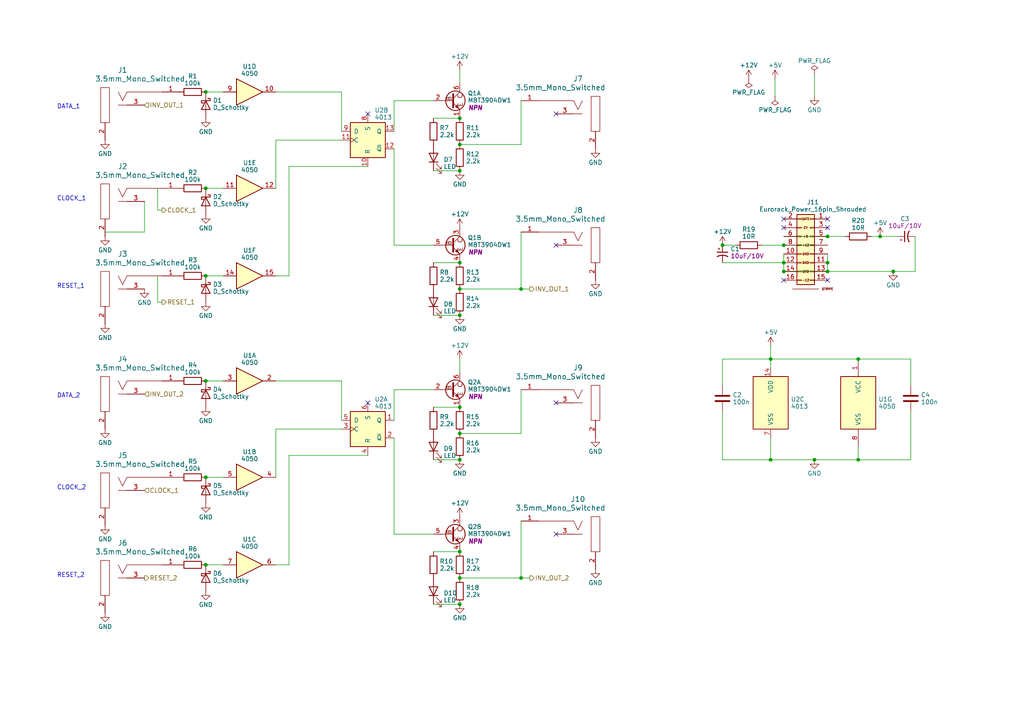
<source format=kicad_sch>
(kicad_sch (version 20230121) (generator eeschema)
  (paper "A4")
  (lib_symbols
    (symbol "4xxx:4013" (pin_names (offset 1.016))
      (property "Reference" "U" (at -7.62 8.89 0))
      (property "Value" "4013" (at -7.62 -8.89 0))
      (symbol "4013_1_1"
        (rectangle (start -5.08 5.08) (end 5.08 -5.08) (stroke (width 0.254)) (fill (type background)))
        (pin output line (at 7.62 2.54 180) (length 2.54) (name "Q") (number "1"))
        (pin output line (at 7.62 -2.54 180) (length 2.54) (name "~{Q}") (number "2"))
        (pin input clock (at -7.62 0 0) (length 2.54) (name "C") (number "3"))
        (pin input line (at 0 -7.62 90) (length 2.54) (name "R") (number "4"))
        (pin input line (at -7.62 2.54 0) (length 2.54) (name "D") (number "5"))
        (pin input line (at 0 7.62 270) (length 2.54) (name "S") (number "6"))
      )
      (symbol "4013_2_1"
        (rectangle (start -5.08 5.08) (end 5.08 -5.08) (stroke (width 0.254)) (fill (type background)))
        (pin input line (at 0 -7.62 90) (length 2.54) (name "R") (number "10"))
        (pin input clock (at -7.62 0 0) (length 2.54) (name "C") (number "11"))
        (pin output line (at 7.62 -2.54 180) (length 2.54) (name "~{Q}") (number "12"))
        (pin output line (at 7.62 2.54 180) (length 2.54) (name "Q") (number "13"))
        (pin input line (at 0 7.62 270) (length 2.54) (name "S") (number "8"))
        (pin input line (at -7.62 2.54 0) (length 2.54) (name "D") (number "9"))
      )
      (symbol "4013_3_0"
        (pin power_in line (at 0 10.16 270) (length 2.54) (name "VDD") (number "14"))
        (pin power_in line (at 0 -10.16 90) (length 2.54) (name "VSS") (number "7"))
      )
      (symbol "4013_3_1"
        (rectangle (start -5.08 7.62) (end 5.08 -7.62) (stroke (width 0.254)) (fill (type background)))
      )
    )
    (symbol "4xxx:4050" (pin_names (offset 1.016))
      (property "Reference" "U" (at 0 1.27 0))
      (property "Value" "4050" (at 0 -1.27 0))
      (symbol "4050_1_0"
        (polyline (pts (xy -3.81 3.81) (xy -3.81 -3.81) (xy 3.81 0) (xy -3.81 3.81)) (stroke (width 0.254)) (fill (type background)))
        (pin output line (at 7.62 0 180) (length 3.81) (name "~") (number "2"))
        (pin input line (at -7.62 0 0) (length 3.81) (name "~") (number "3"))
      )
      (symbol "4050_2_0"
        (polyline (pts (xy -3.81 3.81) (xy -3.81 -3.81) (xy 3.81 0) (xy -3.81 3.81)) (stroke (width 0.254)) (fill (type background)))
        (pin output line (at 7.62 0 180) (length 3.81) (name "~") (number "4"))
        (pin input line (at -7.62 0 0) (length 3.81) (name "~") (number "5"))
      )
      (symbol "4050_3_0"
        (polyline (pts (xy -3.81 3.81) (xy -3.81 -3.81) (xy 3.81 0) (xy -3.81 3.81)) (stroke (width 0.254)) (fill (type background)))
        (pin output line (at 7.62 0 180) (length 3.81) (name "~") (number "6"))
        (pin input line (at -7.62 0 0) (length 3.81) (name "~") (number "7"))
      )
      (symbol "4050_4_0"
        (polyline (pts (xy -3.81 3.81) (xy -3.81 -3.81) (xy 3.81 0) (xy -3.81 3.81)) (stroke (width 0.254)) (fill (type background)))
        (pin output line (at 7.62 0 180) (length 3.81) (name "~") (number "10"))
        (pin input line (at -7.62 0 0) (length 3.81) (name "~") (number "9"))
      )
      (symbol "4050_5_0"
        (polyline (pts (xy -3.81 3.81) (xy -3.81 -3.81) (xy 3.81 0) (xy -3.81 3.81)) (stroke (width 0.254)) (fill (type background)))
        (pin input line (at -7.62 0 0) (length 3.81) (name "~") (number "11"))
        (pin output line (at 7.62 0 180) (length 3.81) (name "~") (number "12"))
      )
      (symbol "4050_6_0"
        (polyline (pts (xy -3.81 3.81) (xy -3.81 -3.81) (xy 3.81 0) (xy -3.81 3.81)) (stroke (width 0.254)) (fill (type background)))
        (pin input line (at -7.62 0 0) (length 3.81) (name "~") (number "14"))
        (pin output line (at 7.62 0 180) (length 3.81) (name "~") (number "15"))
      )
      (symbol "4050_7_0"
        (pin power_in line (at 0 12.7 270) (length 5.08) (name "VCC") (number "1"))
        (pin power_in line (at 0 -12.7 90) (length 5.08) (name "VSS") (number "8"))
      )
      (symbol "4050_7_1"
        (rectangle (start -5.08 7.62) (end 5.08 -7.62) (stroke (width 0.254)) (fill (type background)))
      )
    )
    (symbol "Device:C" (pin_numbers hide) (pin_names (offset 0.254))
      (property "Reference" "C" (at 0.635 2.54 0))
      (property "Value" "C" (at 0.635 -2.54 0))
      (symbol "C_0_1"
        (polyline (pts (xy -2.032 -0.762) (xy 2.032 -0.762)) (stroke (width 0.508)))
        (polyline (pts (xy -2.032 0.762) (xy 2.032 0.762)) (stroke (width 0.508)))
      )
      (symbol "C_1_1"
        (pin passive line (at 0 3.81 270) (length 2.794) (name "~") (number "1"))
        (pin passive line (at 0 -3.81 90) (length 2.794) (name "~") (number "2"))
      )
    )
    (symbol "Device:D_Schottky" (pin_numbers hide) (pin_names (offset 1.016) hide)
      (property "Reference" "D" (at 0 2.54 0))
      (property "Value" "D_Schottky" (at 0 -2.54 0))
      (symbol "D_Schottky_0_1"
        (polyline (pts (xy 1.27 0) (xy -1.27 0)))
        (polyline (pts (xy 1.27 1.27) (xy 1.27 -1.27) (xy -1.27 0) (xy 1.27 1.27)) (stroke (width 0.254)))
        (polyline (pts (xy -1.905 0.635) (xy -1.905 1.27) (xy -1.27 1.27) (xy -1.27 -1.27) (xy -0.635 -1.27) (xy -0.635 -0.635)) (stroke (width 0.254)))
      )
      (symbol "D_Schottky_1_1"
        (pin passive line (at -3.81 0 0) (length 2.54) (name "K") (number "1"))
        (pin passive line (at 3.81 0 180) (length 2.54) (name "A") (number "2"))
      )
    )
    (symbol "Device:LED" (pin_numbers hide) (pin_names (offset 1.016) hide)
      (property "Reference" "D" (at 0 2.54 0))
      (property "Value" "LED" (at 0 -2.54 0))
      (symbol "LED_0_1"
        (polyline (pts (xy -1.27 -1.27) (xy -1.27 1.27)) (stroke (width 0.254)))
        (polyline (pts (xy -1.27 0) (xy 1.27 0)))
        (polyline (pts (xy 1.27 -1.27) (xy 1.27 1.27) (xy -1.27 0) (xy 1.27 -1.27)) (stroke (width 0.254)))
        (polyline (pts (xy -3.048 -0.762) (xy -4.572 -2.286) (xy -3.81 -2.286) (xy -4.572 -2.286) (xy -4.572 -1.524)))
        (polyline (pts (xy -1.778 -0.762) (xy -3.302 -2.286) (xy -2.54 -2.286) (xy -3.302 -2.286) (xy -3.302 -1.524)))
      )
      (symbol "LED_1_1"
        (pin passive line (at -3.81 0 0) (length 2.54) (name "K") (number "1"))
        (pin passive line (at 3.81 0 180) (length 2.54) (name "A") (number "2"))
      )
    )
    (symbol "Device:R" (pin_numbers hide) (pin_names (offset 0))
      (property "Reference" "R" (at 2.032 0 90))
      (property "Value" "R" (at 0 0 90))
      (symbol "R_0_1"
        (rectangle (start -1.016 -2.54) (end 1.016 2.54) (stroke (width 0.254)))
      )
      (symbol "R_1_1"
        (pin passive line (at 0 3.81 270) (length 1.27) (name "~") (number "1"))
        (pin passive line (at 0 -3.81 90) (length 1.27) (name "~") (number "2"))
      )
    )
    (symbol "PCM_4ms_Capacitor:10uF_4x5.3_10V" (pin_numbers hide) (pin_names (offset 0.254) hide)
      (property "Reference" "C" (at 1.905 1.27 0))
      (property "Display" "10uF/10V" (at 1.905 -1.27 0))
      (symbol "10uF_4x5.3_10V_0_1"
        (polyline (pts (xy -1.524 0.508) (xy 1.524 0.508)) (stroke (width 0.3048)))
        (polyline (pts (xy -1.27 1.524) (xy -0.762 1.524)))
        (polyline (pts (xy -1.016 1.27) (xy -1.016 1.778)))
        (arc (start 1.524 -0.762) (mid 0 -0.3734) (end -1.524 -0.762) (stroke (width 0.3048)))
      )
      (symbol "10uF_4x5.3_10V_1_1"
        (pin passive line (at 0 2.54 270) (length 2.032) (name "~") (number "1"))
        (pin passive line (at 0 -2.54 90) (length 2.032) (name "~") (number "2"))
      )
    )
    (symbol "PCM_4ms_Connector:Eurorack_Power_16pin_Shrouded" (pin_names (offset 0.0254) hide)
      (property "Reference" "J" (at 0 11.43 0))
      (property "Value" "Eurorack_Power_16pin_Shrouded" (at 0 13.97 0))
      (symbol "Eurorack_Power_16pin_Shrouded_0_0"
        (text "+12" (at 0 1.27 0) (effects (font (size 0.635 0.635))))
        (text "+5" (at 0 3.81 0) (effects (font (size 0.635 0.635))))
        (text "-12" (at 0 -8.89 0) (effects (font (size 0.635 0.635))))
        (text "CV" (at 0 6.35 0) (effects (font (size 0.635 0.635))))
        (text "GATE" (at 0 8.89 0) (effects (font (size 0.635 0.635))))
        (text "GND" (at 0 -6.35 0) (effects (font (size 0.635 0.635))))
        (text "GND" (at 0 -3.81 0) (effects (font (size 0.635 0.635))))
        (text "GND" (at 0 -1.27 0) (effects (font (size 0.635 0.635))))
        (text "STRIPE" (at -6.35 -11.43 0) (effects (font (size 0.635 0.635))))
      )
      (symbol "Eurorack_Power_16pin_Shrouded_0_1"
        (rectangle (start -2.54 -8.763) (end -1.27 -9.017))
        (rectangle (start -2.54 -6.223) (end -1.27 -6.477))
        (rectangle (start -2.54 -3.683) (end -1.27 -3.937))
        (rectangle (start -2.54 -1.143) (end -1.27 -1.397))
        (rectangle (start -2.54 1.397) (end -1.27 1.143))
        (rectangle (start -2.54 3.937) (end -1.27 3.683))
        (rectangle (start -2.54 6.477) (end -1.27 6.223))
        (rectangle (start -2.54 9.017) (end -1.27 8.763))
        (rectangle (start -2.54 10.16) (end 2.54 -10.16) (stroke (width 0.254)) (fill (type background)))
        (polyline (pts (xy -3.81 -11.43) (xy 3.81 -11.43) (xy 1.27 -11.43)))
        (rectangle (start 1.27 -8.763) (end 2.54 -9.017))
        (rectangle (start 1.27 -6.223) (end 2.54 -6.477))
        (rectangle (start 1.27 -3.683) (end 2.54 -3.937))
        (rectangle (start 1.27 -1.143) (end 2.54 -1.397))
        (rectangle (start 1.27 1.397) (end 2.54 1.143))
        (rectangle (start 1.27 3.937) (end 2.54 3.683))
        (rectangle (start 1.27 6.477) (end 2.54 6.223))
        (rectangle (start 1.27 9.017) (end 2.54 8.763))
      )
      (symbol "Eurorack_Power_16pin_Shrouded_1_1"
        (pin passive line (at -6.35 8.89 0) (length 3.81) (name "P1") (number "1"))
        (pin passive line (at 6.35 -1.27 180) (length 3.81) (name "GND") (number "10"))
        (pin passive line (at -6.35 -3.81 0) (length 3.81) (name "GND") (number "11"))
        (pin passive line (at 6.35 -3.81 180) (length 3.81) (name "GND") (number "12"))
        (pin passive line (at -6.35 -6.35 0) (length 3.81) (name "-12") (number "13"))
        (pin passive line (at 6.35 -6.35 180) (length 3.81) (name "-12V") (number "14"))
        (pin passive line (at -6.35 -8.89 0) (length 3.81) (name "-12V") (number "15"))
        (pin passive line (at 6.35 -8.89 180) (length 3.81) (name "P16") (number "16"))
        (pin passive line (at 6.35 8.89 180) (length 3.81) (name "P2") (number "2"))
        (pin passive line (at -6.35 6.35 0) (length 3.81) (name "P3") (number "3"))
        (pin passive line (at 6.35 6.35 180) (length 3.81) (name "P4") (number "4"))
        (pin passive line (at -6.35 3.81 0) (length 3.81) (name "+12V") (number "5"))
        (pin passive line (at 6.35 3.81 180) (length 3.81) (name "P6") (number "6"))
        (pin passive line (at -6.35 1.27 0) (length 3.81) (name "12V") (number "7"))
        (pin passive line (at 6.35 1.27 180) (length 3.81) (name "+12V") (number "8"))
        (pin passive line (at -6.35 -1.27 0) (length 3.81) (name "GND") (number "9"))
      )
    )
    (symbol "PCM_4ms_Jack:3.5mm_Mono_Switched" (pin_names (offset 0) hide)
      (property "Reference" "J" (at -6.35 -7.62 0))
      (property "Value" "3.5mm_Mono_Switched" (at 6.35 6.604 0))
      (symbol "3.5mm_Mono_Switched_0_0"
        (rectangle (start -6.35 5.08) (end -3.81 -5.08))
        (polyline (pts (xy -1.27 0) (xy 1.27 0)))
        (polyline (pts (xy -1.27 3.81) (xy 0 1.27) (xy 1.27 3.81) (xy 11.43 3.81)))
      )
      (symbol "3.5mm_Mono_Switched_1_1"
        (pin passive line (at 16.51 3.81 180) (length 5.08) (name "SIG") (number "1"))
        (pin passive line (at -5.08 -10.16 90) (length 5.08) (name "SHEILD") (number "2"))
        (pin passive line (at 6.35 0 180) (length 5.08) (name "SW") (number "3"))
      )
    )
    (symbol "PCM_4ms_Power-symbol:+5V" (power) (pin_names (offset 0))
      (property "Value" "+5V" (at 0 3.556 0))
      (symbol "+5V_0_1"
        (polyline (pts (xy -0.762 1.27) (xy 0 2.54)))
        (polyline (pts (xy 0 0) (xy 0 2.54)))
        (polyline (pts (xy 0 2.54) (xy 0.762 1.27)))
      )
      (symbol "+5V_1_1"
        (pin power_in line (at 0 0 90) (length 0) hide (name "+5V") (number "1"))
      )
    )
    (symbol "PCM_4ms_Transistor:MBT3904DW1" (pin_names (offset 0) hide)
      (property "Reference" "Q" (at 5.08 1.27 0))
      (property "Value" "MBT3904DW1" (at 5.08 -1.27 0))
      (property "Display" "NPN" (at -0.4064 3.9624 0))
      (symbol "MBT3904DW1_0_0"
        (text "B" (at -0.5334 0.635 900) (effects (font (size 1.27 1.27))))
        (text "C" (at 2.6416 1.3208 900) (effects (font (size 1.27 1.27))))
        (text "E" (at 2.7178 -1.1176 900) (effects (font (size 1.27 1.27))))
      )
      (symbol "MBT3904DW1_0_1"
        (polyline (pts (xy 0.635 0) (xy -2.54 0)))
        (polyline (pts (xy 0.635 0.635) (xy 2.54 2.54)))
        (polyline (pts (xy 0.635 -0.635) (xy 2.54 -2.54) (xy 2.54 -2.54)))
        (polyline (pts (xy 0.635 1.905) (xy 0.635 -1.905) (xy 0.635 -1.905)) (stroke (width 0.508)))
        (polyline (pts (xy 1.27 -1.778) (xy 1.778 -1.27) (xy 2.286 -2.286) (xy 1.27 -1.778) (xy 1.27 -1.778)) (fill (type outline)))
        (circle (center 1.27 0) (radius 2.8194) (stroke (width 0.254)))
      )
      (symbol "MBT3904DW1_1_1"
        (pin passive line (at 2.54 -5.08 90) (length 2.54) (name "E1") (number "1"))
        (pin input line (at -5.08 0 0) (length 2.54) (name "B1") (number "2"))
        (pin passive line (at 2.54 5.08 270) (length 2.54) (name "C1") (number "6"))
      )
      (symbol "MBT3904DW1_2_1"
        (pin passive line (at 2.54 5.08 270) (length 2.54) (name "C2") (number "3"))
        (pin passive line (at 2.54 -5.08 90) (length 2.54) (name "E2") (number "4"))
        (pin input line (at -5.08 0 0) (length 2.54) (name "B2") (number "5"))
      )
    )
    (symbol "power:+12V" (power) (pin_names (offset 0))
      (property "Value" "+12V" (at 0 3.556 0))
      (symbol "+12V_0_1"
        (polyline (pts (xy -0.762 1.27) (xy 0 2.54)))
        (polyline (pts (xy 0 0) (xy 0 2.54)))
        (polyline (pts (xy 0 2.54) (xy 0.762 1.27)))
      )
      (symbol "+12V_1_1"
        (pin power_in line (at 0 0 90) (length 0) hide (name "+12V") (number "1"))
      )
    )
    (symbol "power:GND" (power) (pin_names (offset 0))
      (property "Value" "GND" (at 0 -3.81 0))
      (symbol "GND_0_1"
        (polyline (pts (xy 0 0) (xy 0 -1.27) (xy 1.27 -1.27) (xy 0 -2.54) (xy -1.27 -1.27) (xy 0 -1.27)))
      )
      (symbol "GND_1_1"
        (pin power_in line (at 0 0 270) (length 0) hide (name "GND") (number "1"))
      )
    )
    (symbol "power:PWR_FLAG" (power) (pin_numbers hide) (pin_names (offset 0) hide)
      (property "Value" "PWR_FLAG" (at 0 3.81 0))
      (symbol "PWR_FLAG_0_0"
        (pin power_out line (at 0 0 90) (length 0) (name "pwr") (number "1"))
      )
      (symbol "PWR_FLAG_0_1"
        (polyline (pts (xy 0 0) (xy 0 1.27) (xy -1.016 1.905) (xy 0 2.54) (xy 1.016 1.905) (xy 0 1.27)))
      )
    )
  )
  (junction (at 59.69 54.61))
  (junction (at 133.35 175.26))
  (junction (at 209.55 71.12))
  (junction (at 259.08 78.74))
  (junction (at 59.69 163.83))
  (junction (at 133.35 49.53))
  (junction (at 227.33 71.12))
  (junction (at 133.35 160.02))
  (junction (at 133.35 125.73))
  (junction (at 223.52 133.35))
  (junction (at 240.03 68.58))
  (junction (at 223.52 104.14))
  (junction (at 133.35 34.29))
  (junction (at 133.35 118.11))
  (junction (at 133.35 41.91))
  (junction (at 236.22 133.35))
  (junction (at 133.35 76.2))
  (junction (at 227.33 76.2))
  (junction (at 151.13 167.64))
  (junction (at 248.92 104.14))
  (junction (at 240.03 78.74))
  (junction (at 133.35 133.35))
  (junction (at 255.27 68.58))
  (junction (at 151.13 83.82))
  (junction (at 227.33 78.74))
  (junction (at 59.69 110.49))
  (junction (at 59.69 26.67))
  (junction (at 133.35 167.64))
  (junction (at 133.35 91.44))
  (junction (at 133.35 83.82))
  (junction (at 59.69 80.01))
  (junction (at 248.92 133.35))
  (junction (at 240.03 76.2))
  (junction (at 59.69 138.43))
  (no_connect (at 106.68 33.02))
  (no_connect (at 106.68 116.84))
  (no_connect (at 161.29 33.02))
  (no_connect (at 227.33 63.5))
  (no_connect (at 227.33 66.04))
  (no_connect (at 240.03 66.04))
  (no_connect (at 240.03 81.28))
  (no_connect (at 161.29 71.12))
  (no_connect (at 227.33 81.28))
  (no_connect (at 161.29 154.94))
  (no_connect (at 240.03 63.5))
  (no_connect (at 161.29 116.84))
  (wire (pts (xy 83.82 48.26) (xy 106.68 48.26)))
  (wire (pts (xy 80.01 124.46) (xy 99.06 124.46)))
  (wire (pts (xy 223.52 133.35) (xy 223.52 127)))
  (wire (pts (xy 59.69 54.61) (xy 64.77 54.61)))
  (wire (pts (xy 151.13 67.31) (xy 151.13 83.82)))
  (wire (pts (xy 236.22 133.35) (xy 223.52 133.35)))
  (wire (pts (xy 209.55 71.12) (xy 213.36 71.12)))
  (wire (pts (xy 227.33 76.2) (xy 227.33 78.74)))
  (wire (pts (xy 240.03 76.2) (xy 240.03 78.74)))
  (wire (pts (xy 83.82 80.01) (xy 83.82 48.26)))
  (wire (pts (xy 223.52 104.14) (xy 223.52 106.68)))
  (wire (pts (xy 59.69 163.83) (xy 64.77 163.83)))
  (wire (pts (xy 264.16 104.14) (xy 248.92 104.14)))
  (wire (pts (xy 114.3 154.94) (xy 125.73 154.94)))
  (wire (pts (xy 220.98 71.12) (xy 227.33 71.12)))
  (wire (pts (xy 80.01 54.61) (xy 80.01 40.64)))
  (wire (pts (xy 236.22 133.35) (xy 248.92 133.35)))
  (wire (pts (xy 83.82 132.08) (xy 106.68 132.08)))
  (wire (pts (xy 133.35 104.14) (xy 133.35 107.95)))
  (wire (pts (xy 151.13 151.13) (xy 151.13 167.64)))
  (wire (pts (xy 236.22 21.59) (xy 236.22 27.94)))
  (wire (pts (xy 151.13 83.82) (xy 133.35 83.82)))
  (wire (pts (xy 240.03 78.74) (xy 259.08 78.74)))
  (wire (pts (xy 209.55 119.38) (xy 209.55 133.35)))
  (wire (pts (xy 125.73 34.29) (xy 133.35 34.29)))
  (wire (pts (xy 209.55 133.35) (xy 223.52 133.35)))
  (wire (pts (xy 264.16 111.76) (xy 264.16 104.14)))
  (wire (pts (xy 133.35 20.32) (xy 133.35 24.13)))
  (wire (pts (xy 224.79 22.86) (xy 224.79 27.94)))
  (wire (pts (xy 114.3 38.1) (xy 114.3 29.21)))
  (wire (pts (xy 248.92 133.35) (xy 264.16 133.35)))
  (wire (pts (xy 99.06 26.67) (xy 99.06 38.1)))
  (wire (pts (xy 125.73 175.26) (xy 133.35 175.26)))
  (wire (pts (xy 59.69 110.49) (xy 64.77 110.49)))
  (wire (pts (xy 83.82 163.83) (xy 83.82 132.08)))
  (wire (pts (xy 252.73 68.58) (xy 255.27 68.58)))
  (wire (pts (xy 223.52 104.14) (xy 248.92 104.14)))
  (wire (pts (xy 248.92 133.35) (xy 248.92 129.54)))
  (wire (pts (xy 114.3 71.12) (xy 125.73 71.12)))
  (wire (pts (xy 30.48 67.31) (xy 41.91 67.31)))
  (wire (pts (xy 265.43 68.58) (xy 265.43 78.74)))
  (wire (pts (xy 151.13 167.64) (xy 133.35 167.64)))
  (wire (pts (xy 151.13 113.03) (xy 151.13 125.73)))
  (wire (pts (xy 227.33 78.74) (xy 240.03 78.74)))
  (wire (pts (xy 114.3 121.92) (xy 114.3 113.03)))
  (wire (pts (xy 223.52 104.14) (xy 209.55 104.14)))
  (wire (pts (xy 114.3 43.18) (xy 114.3 71.12)))
  (wire (pts (xy 151.13 41.91) (xy 133.35 41.91)))
  (wire (pts (xy 45.72 54.61) (xy 45.72 60.96)))
  (wire (pts (xy 114.3 127) (xy 114.3 154.94)))
  (wire (pts (xy 255.27 68.58) (xy 260.35 68.58)))
  (wire (pts (xy 125.73 133.35) (xy 133.35 133.35)))
  (wire (pts (xy 99.06 110.49) (xy 99.06 121.92)))
  (wire (pts (xy 80.01 138.43) (xy 80.01 124.46)))
  (wire (pts (xy 80.01 163.83) (xy 83.82 163.83)))
  (wire (pts (xy 223.52 100.33) (xy 223.52 104.14)))
  (wire (pts (xy 45.72 87.63) (xy 46.99 87.63)))
  (wire (pts (xy 114.3 29.21) (xy 125.73 29.21)))
  (wire (pts (xy 80.01 80.01) (xy 83.82 80.01)))
  (wire (pts (xy 151.13 167.64) (xy 153.67 167.64)))
  (wire (pts (xy 80.01 40.64) (xy 99.06 40.64)))
  (wire (pts (xy 59.69 80.01) (xy 64.77 80.01)))
  (wire (pts (xy 114.3 113.03) (xy 125.73 113.03)))
  (wire (pts (xy 125.73 160.02) (xy 133.35 160.02)))
  (wire (pts (xy 227.33 71.12) (xy 240.03 71.12)))
  (wire (pts (xy 125.73 76.2) (xy 133.35 76.2)))
  (wire (pts (xy 125.73 91.44) (xy 133.35 91.44)))
  (wire (pts (xy 45.72 80.01) (xy 45.72 87.63)))
  (wire (pts (xy 240.03 68.58) (xy 245.11 68.58)))
  (wire (pts (xy 227.33 68.58) (xy 240.03 68.58)))
  (wire (pts (xy 45.72 60.96) (xy 46.99 60.96)))
  (wire (pts (xy 264.16 133.35) (xy 264.16 119.38)))
  (wire (pts (xy 227.33 73.66) (xy 227.33 76.2)))
  (wire (pts (xy 125.73 49.53) (xy 133.35 49.53)))
  (wire (pts (xy 59.69 138.43) (xy 64.77 138.43)))
  (wire (pts (xy 151.13 83.82) (xy 153.67 83.82)))
  (wire (pts (xy 265.43 78.74) (xy 259.08 78.74)))
  (wire (pts (xy 209.55 76.2) (xy 227.33 76.2)))
  (wire (pts (xy 151.13 29.21) (xy 151.13 41.91)))
  (wire (pts (xy 151.13 125.73) (xy 133.35 125.73)))
  (wire (pts (xy 80.01 26.67) (xy 99.06 26.67)))
  (wire (pts (xy 41.91 67.31) (xy 41.91 58.42)))
  (wire (pts (xy 209.55 104.14) (xy 209.55 111.76)))
  (wire (pts (xy 80.01 110.49) (xy 99.06 110.49)))
  (wire (pts (xy 59.69 26.67) (xy 64.77 26.67)))
  (wire (pts (xy 125.73 118.11) (xy 133.35 118.11)))
  (wire (pts (xy 240.03 73.66) (xy 240.03 76.2)))
  (text "RESET_1" (at 16.51 83.82 0) (effects (font (size 1.27 1.27)) (justify left bottom)))
  (text "DATA_1" (at 16.51 31.75 0) (effects (font (size 1.27 1.27)) (justify left bottom)))
  (text "DATA_2" (at 16.51 115.57 0) (effects (font (size 1.27 1.27)) (justify left bottom)))
  (text "CLOCK_1" (at 16.51 58.42 0) (effects (font (size 1.27 1.27)) (justify left bottom)))
  (text "CLOCK_2" (at 16.51 142.24 0) (effects (font (size 1.27 1.27)) (justify left bottom)))
  (text "RESET_2" (at 16.51 167.64 0) (effects (font (size 1.27 1.27)) (justify left bottom)))
  (hierarchical_label "INV_OUT_2" (shape output) (at 153.67 167.64 0))
  (hierarchical_label "RESET_1" (shape output) (at 46.99 87.63 0))
  (hierarchical_label "CLOCK_1" (shape output) (at 46.99 60.96 0))
  (hierarchical_label "CLOCK_1" (shape input) (at 41.91 142.24 0))
  (hierarchical_label "INV_OUT_2" (shape input) (at 41.91 114.3 0))
  (hierarchical_label "INV_OUT_1" (shape output) (at 153.67 83.82 0))
  (hierarchical_label "RESET_2" (shape output) (at 41.91 167.64 0))
  (hierarchical_label "INV_OUT_1" (shape input) (at 41.91 30.48 0))
  (symbol (lib_id "PCM_4ms_Power-symbol:+5V") (at 224.79 22.86 0) (unit 1)
    (property "Reference" "#PWR029" (effects hide))
    (property "Value" "+5V" (at 224.79 18.915 0))
  )
  (symbol (lib_id "Device:R") (at 55.88 26.67 90) (unit 1)
    (property "Reference" "R1" (at 55.88 22.074 90))
    (property "Value" "100k" (at 55.88 24.122 90))
    (property "Footprint" "Resistor_SMD:R_0805_2012Metric_Pad1.20x1.40mm_HandSolder" (effects hide))
  )
  (symbol (lib_id "Device:D_Schottky") (at 59.69 83.82 270) (unit 1)
    (property "Reference" "D3" (at 61.722 82.4785 90) (effects (justify left)))
    (property "Value" "D_Schottky" (at 61.722 84.5265 90) (effects (justify left)))
    (property "Footprint" "Diode_SMD:D_0805_2012Metric_Pad1.15x1.40mm_HandSolder" (effects hide))
  )
  (symbol (lib_id "power:GND") (at 133.35 133.35 0) (unit 1)
    (property "Reference" "#PWR019" (effects hide))
    (property "Value" "GND" (at 133.35 137.295 0))
  )
  (symbol (lib_id "Device:C") (at 264.16 115.57 0) (unit 1)
    (property "Reference" "C4" (at 267.081 114.546 0) (effects (justify left)))
    (property "Value" "100n" (at 267.081 116.594 0) (effects (justify left)))
    (property "Footprint" "Capacitor_SMD:C_0805_2012Metric_Pad1.18x1.45mm_HandSolder" (effects hide))
  )
  (symbol (lib_id "Device:R") (at 133.35 87.63 0) (unit 1)
    (property "Reference" "R14" (at 135.128 86.606 0) (effects (justify left)))
    (property "Value" "2.2k" (at 135.128 88.654 0) (effects (justify left)))
    (property "Footprint" "Resistor_SMD:R_0805_2012Metric_Pad1.20x1.40mm_HandSolder" (effects hide))
  )
  (symbol (lib_id "PCM_4ms_Capacitor:10uF_4x5.3_10V") (at 262.89 68.58 90) (unit 1)
    (property "Reference" "C3" (at 262.4582 63.4506 90))
    (property "Value" "10uF_4x5.3_10V" (effects hide))
    (property "Footprint" "Capacitor_SMD:CP_Elec_4x5.3" (effects hide))
    (property "Specifications" "10uF, Min 10V, 20%, 4.0mmD*5.30mmH" (effects hide))
    (property "Manufacturer" "Panasonic" (effects hide))
    (property "Part Number" "EEE-FN1A100R" (effects hide))
    (property "Display" "10uF/10V" (at 262.4582 65.4986 90))
    (property "JLCPCB ID" "C176661" (effects hide))
    (property "Manufacturer 2" "Lelon" (effects hide))
    (property "Part Number 2" "VES100M1ETR-0405" (effects hide))
  )
  (symbol (lib_id "Device:D_Schottky") (at 59.69 58.42 270) (unit 1)
    (property "Reference" "D2" (at 61.722 57.0785 90) (effects (justify left)))
    (property "Value" "D_Schottky" (at 61.722 59.1265 90) (effects (justify left)))
    (property "Footprint" "Diode_SMD:D_0805_2012Metric_Pad1.15x1.40mm_HandSolder" (effects hide))
  )
  (symbol (lib_id "Device:D_Schottky") (at 59.69 114.3 270) (unit 1)
    (property "Reference" "D4" (at 61.722 112.9585 90) (effects (justify left)))
    (property "Value" "D_Schottky" (at 61.722 115.0065 90) (effects (justify left)))
    (property "Footprint" "Diode_SMD:D_0805_2012Metric_Pad1.15x1.40mm_HandSolder" (effects hide))
  )
  (symbol (lib_id "PCM_4ms_Jack:3.5mm_Mono_Switched") (at 167.64 116.84 0) (mirror y) (unit 1)
    (property "Reference" "J9" (at 167.64 106.68 0) (effects (font (size 1.524 1.524))))
    (property "Value" "3.5mm_Mono_Switched" (at 162.56 109.22 0) (effects (font (size 1.524 1.524))))
    (property "Footprint" "PCM_4ms_Jack:EighthInch_PJ398SM" (effects hide))
    (property "Specifications" "Audio 3.5mm Jack, mono, switched, PC-pin Vertical" (effects hide))
    (property "Manufacturer" "Wenzhou QingPu Electronics Co" (effects hide))
    (property "Part Number" "WQP-WQP518MA" (effects hide))
  )
  (symbol (lib_id "PCM_4ms_Jack:3.5mm_Mono_Switched") (at 167.64 33.02 0) (mirror y) (unit 1)
    (property "Reference" "J7" (at 167.64 22.86 0) (effects (font (size 1.524 1.524))))
    (property "Value" "3.5mm_Mono_Switched" (at 162.56 25.4 0) (effects (font (size 1.524 1.524))))
    (property "Footprint" "PCM_4ms_Jack:EighthInch_PJ398SM" (effects hide))
    (property "Specifications" "Audio 3.5mm Jack, mono, switched, PC-pin Vertical" (effects hide))
    (property "Manufacturer" "Wenzhou QingPu Electronics Co" (effects hide))
    (property "Part Number" "WQP-WQP518MA" (effects hide))
  )
  (symbol (lib_id "PCM_4ms_Transistor:MBT3904DW1") (at 130.81 113.03 0) (unit 1)
    (property "Reference" "Q2" (at 135.6614 110.863 0) (effects (justify left)))
    (property "Value" "MBT3904DW1" (at 135.6614 112.911 0) (effects (justify left)))
    (property "Footprint" "PCM_4ms_Package_SOT:SOT-363_SC-70-6" (effects hide))
    (property "Specifications" "Bipolar Transistor NPN, Gen Purpose, DW1 pinout" (effects hide))
    (property "Manufacturer" "ON Semiconductor" (effects hide))
    (property "Part Number" "MBT3904DW1T1G" (effects hide))
    (property "Display" "NPN" (at 135.6614 115.078 0) (effects (font bold italic) (justify left)))
    (property "JLCPCB ID" "C268586" (effects hide))
  )
  (symbol (lib_id "Device:R") (at 55.88 163.83 90) (unit 1)
    (property "Reference" "R6" (at 55.88 159.234 90))
    (property "Value" "100k" (at 55.88 161.282 90))
    (property "Footprint" "Resistor_SMD:R_0805_2012Metric_Pad1.20x1.40mm_HandSolder" (effects hide))
  )
  (symbol (lib_id "Device:LED") (at 125.73 87.63 90) (unit 1)
    (property "Reference" "D8" (at 128.651 88.1935 90) (effects (justify right)))
    (property "Value" "LED" (at 128.651 90.2415 90) (effects (justify right)))
    (property "Footprint" "LED_THT:LED_D3.0mm_FlatTop" (effects hide))
  )
  (symbol (lib_id "Device:R") (at 133.35 45.72 0) (unit 1)
    (property "Reference" "R12" (at 135.128 44.696 0) (effects (justify left)))
    (property "Value" "2.2k" (at 135.128 46.744 0) (effects (justify left)))
    (property "Footprint" "Resistor_SMD:R_0805_2012Metric_Pad1.20x1.40mm_HandSolder" (effects hide))
  )
  (symbol (lib_id "power:GND") (at 30.48 177.8 0) (unit 1)
    (property "Reference" "#PWR06" (effects hide))
    (property "Value" "GND" (at 30.48 181.745 0))
  )
  (symbol (lib_id "4xxx:4050") (at 72.39 26.67 0) (unit 4)
    (property "Reference" "U1" (at 72.39 19.28 0))
    (property "Value" "4050" (at 72.39 21.328 0))
    (property "Footprint" "Package_SO:SOIC-16_3.9x9.9mm_P1.27mm" (effects hide))
    (property "Datasheet" "http://www.intersil.com/content/dam/intersil/documents/cd40/cd4050bms.pdf" (effects hide))
  )
  (symbol (lib_id "Device:D_Schottky") (at 59.69 30.48 270) (unit 1)
    (property "Reference" "D1" (at 61.722 29.1385 90) (effects (justify left)))
    (property "Value" "D_Schottky" (at 61.722 31.1865 90) (effects (justify left)))
    (property "Footprint" "Diode_SMD:D_0805_2012Metric_Pad1.15x1.40mm_HandSolder" (effects hide))
  )
  (symbol (lib_id "4xxx:4050") (at 248.92 116.84 0) (unit 7)
    (property "Reference" "U1" (at 254.762 115.816 0) (effects (justify left)))
    (property "Value" "4050" (at 254.762 117.864 0) (effects (justify left)))
    (property "Footprint" "Package_SO:SOIC-16_3.9x9.9mm_P1.27mm" (effects hide))
    (property "Datasheet" "http://www.intersil.com/content/dam/intersil/documents/cd40/cd4050bms.pdf" (effects hide))
  )
  (symbol (lib_id "power:GND") (at 59.69 146.05 0) (unit 1)
    (property "Reference" "#PWR012" (effects hide))
    (property "Value" "GND" (at 59.69 149.995 0))
  )
  (symbol (lib_id "power:GND") (at 133.35 49.53 0) (unit 1)
    (property "Reference" "#PWR015" (effects hide))
    (property "Value" "GND" (at 133.35 53.475 0))
  )
  (symbol (lib_id "Device:R") (at 133.35 129.54 0) (unit 1)
    (property "Reference" "R16" (at 135.128 128.516 0) (effects (justify left)))
    (property "Value" "2.2k" (at 135.128 130.564 0) (effects (justify left)))
    (property "Footprint" "Resistor_SMD:R_0805_2012Metric_Pad1.20x1.40mm_HandSolder" (effects hide))
  )
  (symbol (lib_id "power:GND") (at 41.91 83.82 0) (unit 1)
    (property "Reference" "#PWR07" (effects hide))
    (property "Value" "GND" (at 41.91 87.765 0))
  )
  (symbol (lib_id "Device:R") (at 133.35 80.01 0) (unit 1)
    (property "Reference" "R13" (at 135.128 78.986 0) (effects (justify left)))
    (property "Value" "2.2k" (at 135.128 81.034 0) (effects (justify left)))
    (property "Footprint" "Resistor_SMD:R_0805_2012Metric_Pad1.20x1.40mm_HandSolder" (effects hide))
  )
  (symbol (lib_id "Device:R") (at 55.88 80.01 90) (unit 1)
    (property "Reference" "R3" (at 55.88 75.414 90))
    (property "Value" "100k" (at 55.88 77.462 90))
    (property "Footprint" "Resistor_SMD:R_0805_2012Metric_Pad1.20x1.40mm_HandSolder" (effects hide))
  )
  (symbol (lib_id "power:GND") (at 30.48 93.98 0) (unit 1)
    (property "Reference" "#PWR03" (effects hide))
    (property "Value" "GND" (at 30.48 97.925 0))
  )
  (symbol (lib_id "power:PWR_FLAG") (at 236.22 21.59 0) (unit 1)
    (property "Reference" "#FLG03" (effects hide))
    (property "Value" "PWR_FLAG" (at 236.22 17.645 0))
  )
  (symbol (lib_id "PCM_4ms_Jack:3.5mm_Mono_Switched") (at 167.64 154.94 0) (mirror y) (unit 1)
    (property "Reference" "J10" (at 167.64 144.78 0) (effects (font (size 1.524 1.524))))
    (property "Value" "3.5mm_Mono_Switched" (at 162.56 147.32 0) (effects (font (size 1.524 1.524))))
    (property "Footprint" "PCM_4ms_Jack:EighthInch_PJ398SM" (effects hide))
    (property "Specifications" "Audio 3.5mm Jack, mono, switched, PC-pin Vertical" (effects hide))
    (property "Manufacturer" "Wenzhou QingPu Electronics Co" (effects hide))
    (property "Part Number" "WQP-WQP518MA" (effects hide))
  )
  (symbol (lib_id "Device:R") (at 55.88 110.49 90) (unit 1)
    (property "Reference" "R4" (at 55.88 105.894 90))
    (property "Value" "100k" (at 55.88 107.942 90))
    (property "Footprint" "Resistor_SMD:R_0805_2012Metric_Pad1.20x1.40mm_HandSolder" (effects hide))
  )
  (symbol (lib_id "4xxx:4050") (at 72.39 110.49 0) (unit 1)
    (property "Reference" "U1" (at 72.39 103.1 0))
    (property "Value" "4050" (at 72.39 105.148 0))
    (property "Footprint" "Package_SO:SOIC-16_3.9x9.9mm_P1.27mm" (effects hide))
    (property "Datasheet" "http://www.intersil.com/content/dam/intersil/documents/cd40/cd4050bms.pdf" (effects hide))
  )
  (symbol (lib_id "power:PWR_FLAG") (at 217.17 22.86 180) (unit 1)
    (property "Reference" "#FLG01" (effects hide))
    (property "Value" "PWR_FLAG" (at 217.17 26.805 0))
  )
  (symbol (lib_id "PCM_4ms_Jack:3.5mm_Mono_Switched") (at 35.56 114.3 0) (unit 1)
    (property "Reference" "J4" (at 35.56 104.14 0) (effects (font (size 1.524 1.524))))
    (property "Value" "3.5mm_Mono_Switched" (at 40.64 106.68 0) (effects (font (size 1.524 1.524))))
    (property "Footprint" "PCM_4ms_Jack:EighthInch_PJ398SM" (effects hide))
    (property "Specifications" "Audio 3.5mm Jack, mono, switched, PC-pin Vertical" (effects hide))
    (property "Manufacturer" "Wenzhou QingPu Electronics Co" (effects hide))
    (property "Part Number" "WQP-WQP518MA" (effects hide))
  )
  (symbol (lib_id "Device:R") (at 125.73 38.1 0) (unit 1)
    (property "Reference" "R7" (at 127.508 37.076 0) (effects (justify left)))
    (property "Value" "2.2k" (at 127.508 39.124 0) (effects (justify left)))
    (property "Footprint" "Resistor_SMD:R_0805_2012Metric_Pad1.20x1.40mm_HandSolder" (effects hide))
  )
  (symbol (lib_id "Device:D_Schottky") (at 59.69 142.24 270) (unit 1)
    (property "Reference" "D5" (at 61.722 140.8985 90) (effects (justify left)))
    (property "Value" "D_Schottky" (at 61.722 142.9465 90) (effects (justify left)))
    (property "Footprint" "Diode_SMD:D_0805_2012Metric_Pad1.15x1.40mm_HandSolder" (effects hide))
  )
  (symbol (lib_id "power:GND") (at 59.69 118.11 0) (unit 1)
    (property "Reference" "#PWR011" (effects hide))
    (property "Value" "GND" (at 59.69 122.055 0))
  )
  (symbol (lib_id "power:GND") (at 133.35 91.44 0) (unit 1)
    (property "Reference" "#PWR017" (effects hide))
    (property "Value" "GND" (at 133.35 95.385 0))
  )
  (symbol (lib_id "power:GND") (at 259.08 78.74 0) (unit 1)
    (property "Reference" "#PWR033" (effects hide))
    (property "Value" "GND" (at 259.08 82.685 0))
  )
  (symbol (lib_id "4xxx:4013") (at 106.68 40.64 0) (unit 2)
    (property "Reference" "U2" (at 108.6359 31.98 0) (effects (justify left)))
    (property "Value" "4013" (at 108.6359 34.028 0) (effects (justify left)))
    (property "Footprint" "Package_SO:SOIC-16_3.9x9.9mm_P1.27mm" (effects hide))
    (property "Datasheet" "http://www.onsemi.com/pub/Collateral/MC14013B-D.PDF" (effects hide))
  )
  (symbol (lib_id "power:GND") (at 30.48 152.4 0) (unit 1)
    (property "Reference" "#PWR05" (effects hide))
    (property "Value" "GND" (at 30.48 156.345 0))
  )
  (symbol (lib_id "PCM_4ms_Jack:3.5mm_Mono_Switched") (at 35.56 83.82 0) (unit 1)
    (property "Reference" "J3" (at 35.56 73.66 0) (effects (font (size 1.524 1.524))))
    (property "Value" "3.5mm_Mono_Switched" (at 40.64 76.2 0) (effects (font (size 1.524 1.524))))
    (property "Footprint" "PCM_4ms_Jack:EighthInch_PJ398SM" (effects hide))
    (property "Specifications" "Audio 3.5mm Jack, mono, switched, PC-pin Vertical" (effects hide))
    (property "Manufacturer" "Wenzhou QingPu Electronics Co" (effects hide))
    (property "Part Number" "WQP-WQP518MA" (effects hide))
  )
  (symbol (lib_id "PCM_4ms_Jack:3.5mm_Mono_Switched") (at 35.56 30.48 0) (unit 1)
    (property "Reference" "J1" (at 35.56 20.32 0) (effects (font (size 1.524 1.524))))
    (property "Value" "3.5mm_Mono_Switched" (at 40.64 22.86 0) (effects (font (size 1.524 1.524))))
    (property "Footprint" "PCM_4ms_Jack:EighthInch_PJ398SM" (effects hide))
    (property "Specifications" "Audio 3.5mm Jack, mono, switched, PC-pin Vertical" (effects hide))
    (property "Manufacturer" "Wenzhou QingPu Electronics Co" (effects hide))
    (property "Part Number" "WQP-WQP518MA" (effects hide))
  )
  (symbol (lib_id "power:PWR_FLAG") (at 224.79 27.94 180) (unit 1)
    (property "Reference" "#FLG02" (effects hide))
    (property "Value" "PWR_FLAG" (at 224.79 31.885 0))
  )
  (symbol (lib_id "Device:R") (at 133.35 38.1 0) (unit 1)
    (property "Reference" "R11" (at 135.128 37.076 0) (effects (justify left)))
    (property "Value" "2.2k" (at 135.128 39.124 0) (effects (justify left)))
    (property "Footprint" "Resistor_SMD:R_0805_2012Metric_Pad1.20x1.40mm_HandSolder" (effects hide))
  )
  (symbol (lib_id "power:GND") (at 172.72 165.1 0) (unit 1)
    (property "Reference" "#PWR025" (effects hide))
    (property "Value" "GND" (at 172.72 169.045 0))
  )
  (symbol (lib_id "Device:R") (at 217.17 71.12 90) (unit 1)
    (property "Reference" "R19" (at 217.17 66.524 90))
    (property "Value" "10R" (at 217.17 68.572 90))
    (property "Footprint" "Resistor_THT:R_Axial_DIN0309_L9.0mm_D3.2mm_P5.08mm_Vertical" (effects hide))
  )
  (symbol (lib_id "Device:R") (at 133.35 171.45 0) (unit 1)
    (property "Reference" "R18" (at 135.128 170.426 0) (effects (justify left)))
    (property "Value" "2.2k" (at 135.128 172.474 0) (effects (justify left)))
    (property "Footprint" "Resistor_SMD:R_0805_2012Metric_Pad1.20x1.40mm_HandSolder" (effects hide))
  )
  (symbol (lib_id "power:GND") (at 172.72 43.18 0) (unit 1)
    (property "Reference" "#PWR022" (effects hide))
    (property "Value" "GND" (at 172.72 47.125 0))
  )
  (symbol (lib_id "power:+12V") (at 209.55 71.12 0) (unit 1)
    (property "Reference" "#PWR026" (effects hide))
    (property "Value" "+12V" (at 209.55 67.175 0))
  )
  (symbol (lib_id "power:GND") (at 59.69 62.23 0) (unit 1)
    (property "Reference" "#PWR09" (effects hide))
    (property "Value" "GND" (at 59.69 66.175 0))
  )
  (symbol (lib_id "4xxx:4050") (at 72.39 163.83 0) (unit 3)
    (property "Reference" "U1" (at 72.39 156.44 0))
    (property "Value" "4050" (at 72.39 158.488 0))
    (property "Footprint" "Package_SO:SOIC-16_3.9x9.9mm_P1.27mm" (effects hide))
    (property "Datasheet" "http://www.intersil.com/content/dam/intersil/documents/cd40/cd4050bms.pdf" (effects hide))
  )
  (symbol (lib_id "PCM_4ms_Jack:3.5mm_Mono_Switched") (at 167.64 71.12 0) (mirror y) (unit 1)
    (property "Reference" "J8" (at 167.64 60.96 0) (effects (font (size 1.524 1.524))))
    (property "Value" "3.5mm_Mono_Switched" (at 162.56 63.5 0) (effects (font (size 1.524 1.524))))
    (property "Footprint" "PCM_4ms_Jack:EighthInch_PJ398SM" (effects hide))
    (property "Specifications" "Audio 3.5mm Jack, mono, switched, PC-pin Vertical" (effects hide))
    (property "Manufacturer" "Wenzhou QingPu Electronics Co" (effects hide))
    (property "Part Number" "WQP-WQP518MA" (effects hide))
  )
  (symbol (lib_id "Device:R") (at 55.88 138.43 90) (unit 1)
    (property "Reference" "R5" (at 55.88 133.834 90))
    (property "Value" "100k" (at 55.88 135.882 90))
    (property "Footprint" "Resistor_SMD:R_0805_2012Metric_Pad1.20x1.40mm_HandSolder" (effects hide))
  )
  (symbol (lib_id "power:GND") (at 236.22 133.35 0) (unit 1)
    (property "Reference" "#PWR031" (effects hide))
    (property "Value" "GND" (at 236.22 137.295 0))
  )
  (symbol (lib_id "power:+12V") (at 217.17 22.86 0) (unit 1)
    (property "Reference" "#PWR027" (effects hide))
    (property "Value" "+12V" (at 217.17 18.915 0))
  )
  (symbol (lib_id "Device:R") (at 248.92 68.58 90) (unit 1)
    (property "Reference" "R20" (at 248.92 63.984 90))
    (property "Value" "10R" (at 248.92 66.032 90))
    (property "Footprint" "Resistor_THT:R_Axial_DIN0309_L9.0mm_D3.2mm_P5.08mm_Vertical" (effects hide))
  )
  (symbol (lib_id "PCM_4ms_Power-symbol:+5V") (at 223.52 100.33 0) (unit 1)
    (property "Reference" "#PWR028" (effects hide))
    (property "Value" "+5V" (at 223.52 96.385 0))
  )
  (symbol (lib_id "PCM_4ms_Capacitor:10uF_4x5.3_10V") (at 209.55 73.66 0) (unit 1)
    (property "Reference" "C1" (at 211.8614 72.2042 0) (effects (justify left)))
    (property "Value" "10uF_4x5.3_10V" (effects hide))
    (property "Footprint" "Capacitor_SMD:CP_Elec_4x5.3" (effects hide))
    (property "Specifications" "10uF, Min 10V, 20%, 4.0mmD*5.30mmH" (effects hide))
    (property "Manufacturer" "Panasonic" (effects hide))
    (property "Part Number" "EEE-FN1A100R" (effects hide))
    (property "Display" "10uF/10V" (at 211.8614 74.2522 0) (effects (justify left)))
    (property "JLCPCB ID" "C176661" (effects hide))
    (property "Manufacturer 2" "Lelon" (effects hide))
    (property "Part Number 2" "VES100M1ETR-0405" (effects hide))
  )
  (symbol (lib_id "4xxx:4050") (at 72.39 80.01 0) (unit 6)
    (property "Reference" "U1" (at 72.39 72.62 0))
    (property "Value" "4050" (at 72.39 74.668 0))
    (property "Footprint" "Package_SO:SOIC-16_3.9x9.9mm_P1.27mm" (effects hide))
    (property "Datasheet" "http://www.intersil.com/content/dam/intersil/documents/cd40/cd4050bms.pdf" (effects hide))
  )
  (symbol (lib_id "4xxx:4050") (at 72.39 138.43 0) (unit 2)
    (property "Reference" "U1" (at 72.39 131.04 0))
    (property "Value" "4050" (at 72.39 133.088 0))
    (property "Footprint" "Package_SO:SOIC-16_3.9x9.9mm_P1.27mm" (effects hide))
    (property "Datasheet" "http://www.intersil.com/content/dam/intersil/documents/cd40/cd4050bms.pdf" (effects hide))
  )
  (symbol (lib_id "PCM_4ms_Transistor:MBT3904DW1") (at 130.81 29.21 0) (unit 1)
    (property "Reference" "Q1" (at 135.6614 27.043 0) (effects (justify left)))
    (property "Value" "MBT3904DW1" (at 135.6614 29.091 0) (effects (justify left)))
    (property "Footprint" "PCM_4ms_Package_SOT:SOT-363_SC-70-6" (effects hide))
    (property "Specifications" "Bipolar Transistor NPN, Gen Purpose, DW1 pinout" (effects hide))
    (property "Manufacturer" "ON Semiconductor" (effects hide))
    (property "Part Number" "MBT3904DW1T1G" (effects hide))
    (property "Display" "NPN" (at 135.6614 31.258 0) (effects (font bold italic) (justify left)))
    (property "JLCPCB ID" "C268586" (effects hide))
  )
  (symbol (lib_id "power:GND") (at 30.48 40.64 0) (unit 1)
    (property "Reference" "#PWR01" (effects hide))
    (property "Value" "GND" (at 30.48 44.585 0))
  )
  (symbol (lib_id "power:GND") (at 172.72 81.28 0) (unit 1)
    (property "Reference" "#PWR023" (effects hide))
    (property "Value" "GND" (at 172.72 85.225 0))
  )
  (symbol (lib_id "Device:R") (at 55.88 54.61 90) (unit 1)
    (property "Reference" "R2" (at 55.88 50.014 90))
    (property "Value" "100k" (at 55.88 52.062 90))
    (property "Footprint" "Resistor_SMD:R_0805_2012Metric_Pad1.20x1.40mm_HandSolder" (effects hide))
  )
  (symbol (lib_id "PCM_4ms_Transistor:MBT3904DW1") (at 130.81 71.12 0) (unit 2)
    (property "Reference" "Q1" (at 135.6614 68.953 0) (effects (justify left)))
    (property "Value" "MBT3904DW1" (at 135.6614 71.001 0) (effects (justify left)))
    (property "Footprint" "PCM_4ms_Package_SOT:SOT-363_SC-70-6" (effects hide))
    (property "Specifications" "Bipolar Transistor NPN, Gen Purpose, DW1 pinout" (effects hide))
    (property "Manufacturer" "ON Semiconductor" (effects hide))
    (property "Part Number" "MBT3904DW1T1G" (effects hide))
    (property "Display" "NPN" (at 135.6614 73.168 0) (effects (font bold italic) (justify left)))
    (property "JLCPCB ID" "C268586" (effects hide))
  )
  (symbol (lib_id "Device:R") (at 125.73 80.01 0) (unit 1)
    (property "Reference" "R8" (at 127.508 78.986 0) (effects (justify left)))
    (property "Value" "2.2k" (at 127.508 81.034 0) (effects (justify left)))
    (property "Footprint" "Resistor_SMD:R_0805_2012Metric_Pad1.20x1.40mm_HandSolder" (effects hide))
  )
  (symbol (lib_id "power:GND") (at 59.69 87.63 0) (unit 1)
    (property "Reference" "#PWR010" (effects hide))
    (property "Value" "GND" (at 59.69 91.575 0))
  )
  (symbol (lib_id "power:+12V") (at 133.35 104.14 0) (unit 1)
    (property "Reference" "#PWR018" (effects hide))
    (property "Value" "+12V" (at 133.35 100.195 0))
  )
  (symbol (lib_id "power:GND") (at 59.69 34.29 0) (unit 1)
    (property "Reference" "#PWR08" (effects hide))
    (property "Value" "GND" (at 59.69 38.235 0))
  )
  (symbol (lib_id "PCM_4ms_Jack:3.5mm_Mono_Switched") (at 35.56 167.64 0) (unit 1)
    (property "Reference" "J6" (at 35.56 157.48 0) (effects (font (size 1.524 1.524))))
    (property "Value" "3.5mm_Mono_Switched" (at 40.64 160.02 0) (effects (font (size 1.524 1.524))))
    (property "Footprint" "PCM_4ms_Jack:EighthInch_PJ398SM" (effects hide))
    (property "Specifications" "Audio 3.5mm Jack, mono, switched, PC-pin Vertical" (effects hide))
    (property "Manufacturer" "Wenzhou QingPu Electronics Co" (effects hide))
    (property "Part Number" "WQP-WQP518MA" (effects hide))
  )
  (symbol (lib_id "Device:R") (at 133.35 163.83 0) (unit 1)
    (property "Reference" "R17" (at 135.128 162.806 0) (effects (justify left)))
    (property "Value" "2.2k" (at 135.128 164.854 0) (effects (justify left)))
    (property "Footprint" "Resistor_SMD:R_0805_2012Metric_Pad1.20x1.40mm_HandSolder" (effects hide))
  )
  (symbol (lib_id "power:GND") (at 59.69 171.45 0) (unit 1)
    (property "Reference" "#PWR013" (effects hide))
    (property "Value" "GND" (at 59.69 175.395 0))
  )
  (symbol (lib_id "Device:R") (at 133.35 121.92 0) (unit 1)
    (property "Reference" "R15" (at 135.128 120.896 0) (effects (justify left)))
    (property "Value" "2.2k" (at 135.128 122.944 0) (effects (justify left)))
    (property "Footprint" "Resistor_SMD:R_0805_2012Metric_Pad1.20x1.40mm_HandSolder" (effects hide))
  )
  (symbol (lib_id "power:GND") (at 236.22 27.94 0) (unit 1)
    (property "Reference" "#PWR030" (effects hide))
    (property "Value" "GND" (at 236.22 31.885 0))
  )
  (symbol (lib_id "Device:D_Schottky") (at 59.69 167.64 270) (unit 1)
    (property "Reference" "D6" (at 61.722 166.2985 90) (effects (justify left)))
    (property "Value" "D_Schottky" (at 61.722 168.3465 90) (effects (justify left)))
    (property "Footprint" "Diode_SMD:D_0805_2012Metric_Pad1.15x1.40mm_HandSolder" (effects hide))
  )
  (symbol (lib_id "PCM_4ms_Connector:Eurorack_Power_16pin_Shrouded") (at 233.68 72.39 0) (mirror y) (unit 1)
    (property "Reference" "J11" (at 235.7768 58.65 0))
    (property "Value" "Eurorack_Power_16pin_Shrouded" (at 235.7768 60.698 0))
    (property "Footprint" "PCM_4ms_Connector:Pins_2x08_2.54mm_TH_EuroPower_Shrouded" (effects hide))
    (property "Specifications" "Header, Male Pins, 2*8, spacing 2.54mm, straight pin, shrouded and keyed" (effects hide))
    (property "Manufacturer" "Cixi LanLing" (effects hide))
    (property "Part Number" "LL1007-1 (2*8 HITEMP)" (effects hide))
  )
  (symbol (lib_id "power:+12V") (at 133.35 66.04 0) (unit 1)
    (property "Reference" "#PWR016" (effects hide))
    (property "Value" "+12V" (at 133.35 62.095 0))
  )
  (symbol (lib_id "power:+12V") (at 133.35 20.32 0) (unit 1)
    (property "Reference" "#PWR014" (effects hide))
    (property "Value" "+12V" (at 133.35 16.375 0))
  )
  (symbol (lib_id "Device:C") (at 209.55 115.57 0) (unit 1)
    (property "Reference" "C2" (at 212.471 114.546 0) (effects (justify left)))
    (property "Value" "100n" (at 212.471 116.594 0) (effects (justify left)))
    (property "Footprint" "Capacitor_SMD:C_0805_2012Metric_Pad1.18x1.45mm_HandSolder" (effects hide))
  )
  (symbol (lib_id "power:GND") (at 172.72 127 0) (unit 1)
    (property "Reference" "#PWR024" (effects hide))
    (property "Value" "GND" (at 172.72 130.945 0))
  )
  (symbol (lib_id "4xxx:4050") (at 72.39 54.61 0) (unit 5)
    (property "Reference" "U1" (at 72.39 47.22 0))
    (property "Value" "4050" (at 72.39 49.268 0))
    (property "Footprint" "Package_SO:SOIC-16_3.9x9.9mm_P1.27mm" (effects hide))
    (property "Datasheet" "http://www.intersil.com/content/dam/intersil/documents/cd40/cd4050bms.pdf" (effects hide))
  )
  (symbol (lib_id "PCM_4ms_Jack:3.5mm_Mono_Switched") (at 35.56 142.24 0) (unit 1)
    (property "Reference" "J5" (at 35.56 132.08 0) (effects (font (size 1.524 1.524))))
    (property "Value" "3.5mm_Mono_Switched" (at 40.64 134.62 0) (effects (font (size 1.524 1.524))))
    (property "Footprint" "PCM_4ms_Jack:EighthInch_PJ398SM" (effects hide))
    (property "Specifications" "Audio 3.5mm Jack, mono, switched, PC-pin Vertical" (effects hide))
    (property "Manufacturer" "Wenzhou QingPu Electronics Co" (effects hide))
    (property "Part Number" "WQP-WQP518MA" (effects hide))
  )
  (symbol (lib_id "Device:LED") (at 125.73 129.54 90) (unit 1)
    (property "Reference" "D9" (at 128.651 130.1035 90) (effects (justify right)))
    (property "Value" "LED" (at 128.651 132.1515 90) (effects (justify right)))
    (property "Footprint" "LED_THT:LED_D3.0mm_FlatTop" (effects hide))
  )
  (symbol (lib_id "PCM_4ms_Transistor:MBT3904DW1") (at 130.81 154.94 0) (unit 2)
    (property "Reference" "Q2" (at 135.6614 152.773 0) (effects (justify left)))
    (property "Value" "MBT3904DW1" (at 135.6614 154.821 0) (effects (justify left)))
    (property "Footprint" "PCM_4ms_Package_SOT:SOT-363_SC-70-6" (effects hide))
    (property "Specifications" "Bipolar Transistor NPN, Gen Purpose, DW1 pinout" (effects hide))
    (property "Manufacturer" "ON Semiconductor" (effects hide))
    (property "Part Number" "MBT3904DW1T1G" (effects hide))
    (property "Display" "NPN" (at 135.6614 156.988 0) (effects (font bold italic) (justify left)))
    (property "JLCPCB ID" "C268586" (effects hide))
  )
  (symbol (lib_id "Device:LED") (at 125.73 45.72 90) (unit 1)
    (property "Reference" "D7" (at 128.651 46.2835 90) (effects (justify right)))
    (property "Value" "LED" (at 128.651 48.3315 90) (effects (justify right)))
    (property "Footprint" "LED_THT:LED_D3.0mm_FlatTop" (effects hide))
  )
  (symbol (lib_id "PCM_4ms_Power-symbol:+5V") (at 255.27 68.58 0) (unit 1)
    (property "Reference" "#PWR032" (effects hide))
    (property "Value" "+5V" (at 255.27 64.635 0))
  )
  (symbol (lib_id "Device:R") (at 125.73 163.83 0) (unit 1)
    (property "Reference" "R10" (at 127.508 162.806 0) (effects (justify left)))
    (property "Value" "2.2k" (at 127.508 164.854 0) (effects (justify left)))
    (property "Footprint" "Resistor_SMD:R_0805_2012Metric_Pad1.20x1.40mm_HandSolder" (effects hide))
  )
  (symbol (lib_id "4xxx:4013") (at 106.68 124.46 0) (unit 1)
    (property "Reference" "U2" (at 108.6359 115.8 0) (effects (justify left)))
    (property "Value" "4013" (at 108.6359 117.848 0) (effects (justify left)))
    (property "Footprint" "Package_SO:SOIC-16_3.9x9.9mm_P1.27mm" (effects hide))
    (property "Datasheet" "http://www.onsemi.com/pub/Collateral/MC14013B-D.PDF" (effects hide))
  )
  (symbol (lib_id "Device:LED") (at 125.73 171.45 90) (unit 1)
    (property "Reference" "D10" (at 128.651 172.0135 90) (effects (justify right)))
    (property "Value" "LED" (at 128.651 174.0615 90) (effects (justify right)))
    (property "Footprint" "LED_THT:LED_D3.0mm_FlatTop" (effects hide))
  )
  (symbol (lib_id "power:GND") (at 133.35 175.26 0) (unit 1)
    (property "Reference" "#PWR021" (effects hide))
    (property "Value" "GND" (at 133.35 179.205 0))
  )
  (symbol (lib_id "PCM_4ms_Jack:3.5mm_Mono_Switched") (at 35.56 58.42 0) (unit 1)
    (property "Reference" "J2" (at 35.56 48.26 0) (effects (font (size 1.524 1.524))))
    (property "Value" "3.5mm_Mono_Switched" (at 40.64 50.8 0) (effects (font (size 1.524 1.524))))
    (property "Footprint" "PCM_4ms_Jack:EighthInch_PJ398SM" (effects hide))
    (property "Specifications" "Audio 3.5mm Jack, mono, switched, PC-pin Vertical" (effects hide))
    (property "Manufacturer" "Wenzhou QingPu Electronics Co" (effects hide))
    (property "Part Number" "WQP-WQP518MA" (effects hide))
  )
  (symbol (lib_id "power:GND") (at 30.48 124.46 0) (unit 1)
    (property "Reference" "#PWR04" (effects hide))
    (property "Value" "GND" (at 30.48 128.405 0))
  )
  (symbol (lib_id "power:+12V") (at 133.35 149.86 0) (unit 1)
    (property "Reference" "#PWR020" (effects hide))
    (property "Value" "+12V" (at 133.35 145.915 0))
  )
  (symbol (lib_id "power:GND") (at 30.48 68.58 0) (unit 1)
    (property "Reference" "#PWR02" (effects hide))
    (property "Value" "GND" (at 30.48 72.525 0))
  )
  (symbol (lib_id "4xxx:4013") (at 223.52 116.84 0) (unit 3)
    (property "Reference" "U2" (at 229.362 115.816 0) (effects (justify left)))
    (property "Value" "4013" (at 229.362 117.864 0) (effects (justify left)))
    (property "Footprint" "Package_SO:SOIC-16_3.9x9.9mm_P1.27mm" (effects hide))
    (property "Datasheet" "http://www.onsemi.com/pub/Collateral/MC14013B-D.PDF" (effects hide))
  )
  (symbol (lib_id "Device:R") (at 125.73 121.92 0) (unit 1)
    (property "Reference" "R9" (at 127.508 120.896 0) (effects (justify left)))
    (property "Value" "2.2k" (at 127.508 122.944 0) (effects (justify left)))
    (property "Footprint" "Resistor_SMD:R_0805_2012Metric_Pad1.20x1.40mm_HandSolder" (effects hide))
  )
)
</source>
